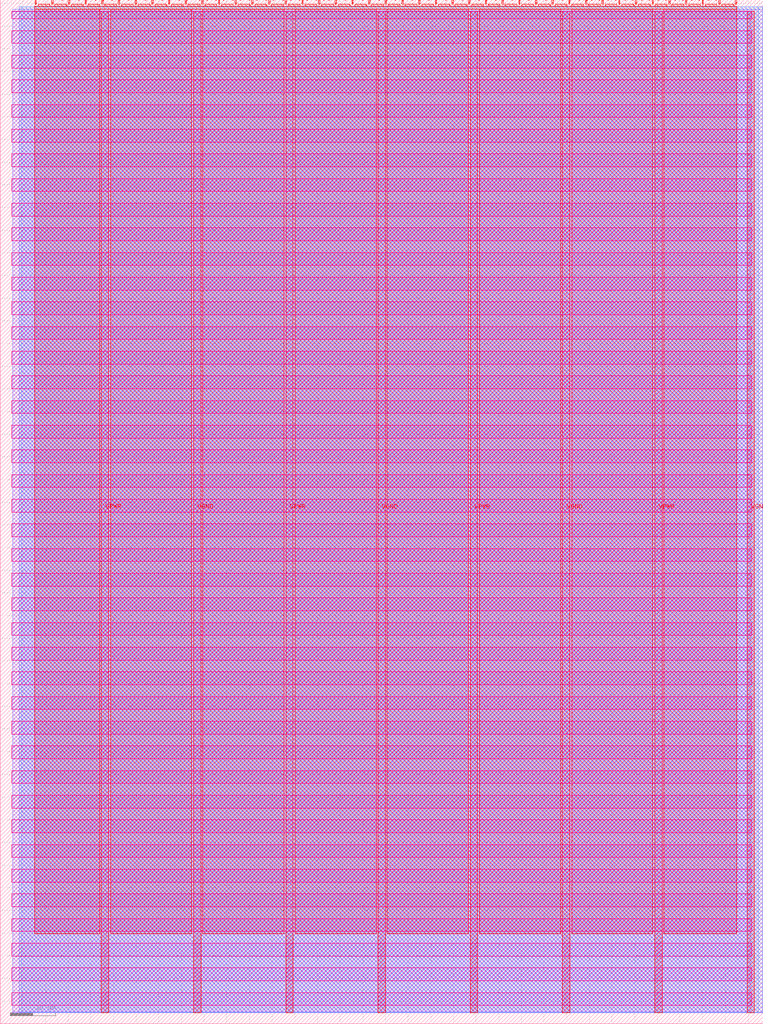
<source format=lef>
VERSION 5.7 ;
  NOWIREEXTENSIONATPIN ON ;
  DIVIDERCHAR "/" ;
  BUSBITCHARS "[]" ;
MACRO tt_um_himanshu5_prog_chipTop
  CLASS BLOCK ;
  FOREIGN tt_um_himanshu5_prog_chipTop ;
  ORIGIN 0.000 0.000 ;
  SIZE 168.360 BY 225.760 ;
  PIN VGND
    DIRECTION INOUT ;
    USE GROUND ;
    PORT
      LAYER met4 ;
        RECT 42.670 2.480 44.270 223.280 ;
    END
    PORT
      LAYER met4 ;
        RECT 83.380 2.480 84.980 223.280 ;
    END
    PORT
      LAYER met4 ;
        RECT 124.090 2.480 125.690 223.280 ;
    END
    PORT
      LAYER met4 ;
        RECT 164.800 2.480 166.400 223.280 ;
    END
  END VGND
  PIN VPWR
    DIRECTION INOUT ;
    USE POWER ;
    PORT
      LAYER met4 ;
        RECT 22.315 2.480 23.915 223.280 ;
    END
    PORT
      LAYER met4 ;
        RECT 63.025 2.480 64.625 223.280 ;
    END
    PORT
      LAYER met4 ;
        RECT 103.735 2.480 105.335 223.280 ;
    END
    PORT
      LAYER met4 ;
        RECT 144.445 2.480 146.045 223.280 ;
    END
  END VPWR
  PIN clk
    DIRECTION INPUT ;
    USE SIGNAL ;
    ANTENNAGATEAREA 0.852000 ;
    PORT
      LAYER met4 ;
        RECT 158.550 224.760 158.850 225.760 ;
    END
  END clk
  PIN ena
    DIRECTION INPUT ;
    USE SIGNAL ;
    ANTENNAGATEAREA 0.196500 ;
    PORT
      LAYER met4 ;
        RECT 162.230 224.760 162.530 225.760 ;
    END
  END ena
  PIN rst_n
    DIRECTION INPUT ;
    USE SIGNAL ;
    ANTENNAGATEAREA 0.213000 ;
    PORT
      LAYER met4 ;
        RECT 154.870 224.760 155.170 225.760 ;
    END
  END rst_n
  PIN ui_in[0]
    DIRECTION INPUT ;
    USE SIGNAL ;
    ANTENNAGATEAREA 0.126000 ;
    PORT
      LAYER met4 ;
        RECT 151.190 224.760 151.490 225.760 ;
    END
  END ui_in[0]
  PIN ui_in[1]
    DIRECTION INPUT ;
    USE SIGNAL ;
    ANTENNAGATEAREA 0.213000 ;
    PORT
      LAYER met4 ;
        RECT 147.510 224.760 147.810 225.760 ;
    END
  END ui_in[1]
  PIN ui_in[2]
    DIRECTION INPUT ;
    USE SIGNAL ;
    ANTENNAGATEAREA 0.213000 ;
    PORT
      LAYER met4 ;
        RECT 143.830 224.760 144.130 225.760 ;
    END
  END ui_in[2]
  PIN ui_in[3]
    DIRECTION INPUT ;
    USE SIGNAL ;
    ANTENNAGATEAREA 0.247500 ;
    PORT
      LAYER met4 ;
        RECT 140.150 224.760 140.450 225.760 ;
    END
  END ui_in[3]
  PIN ui_in[4]
    DIRECTION INPUT ;
    USE SIGNAL ;
    ANTENNAGATEAREA 0.159000 ;
    PORT
      LAYER met4 ;
        RECT 136.470 224.760 136.770 225.760 ;
    END
  END ui_in[4]
  PIN ui_in[5]
    DIRECTION INPUT ;
    USE SIGNAL ;
    ANTENNAGATEAREA 0.159000 ;
    PORT
      LAYER met4 ;
        RECT 132.790 224.760 133.090 225.760 ;
    END
  END ui_in[5]
  PIN ui_in[6]
    DIRECTION INPUT ;
    USE SIGNAL ;
    ANTENNAGATEAREA 0.196500 ;
    PORT
      LAYER met4 ;
        RECT 129.110 224.760 129.410 225.760 ;
    END
  END ui_in[6]
  PIN ui_in[7]
    DIRECTION INPUT ;
    USE SIGNAL ;
    ANTENNAGATEAREA 0.196500 ;
    PORT
      LAYER met4 ;
        RECT 125.430 224.760 125.730 225.760 ;
    END
  END ui_in[7]
  PIN uio_in[0]
    DIRECTION INPUT ;
    USE SIGNAL ;
    ANTENNAGATEAREA 0.247500 ;
    PORT
      LAYER met4 ;
        RECT 121.750 224.760 122.050 225.760 ;
    END
  END uio_in[0]
  PIN uio_in[1]
    DIRECTION INPUT ;
    USE SIGNAL ;
    ANTENNAGATEAREA 0.247500 ;
    PORT
      LAYER met4 ;
        RECT 118.070 224.760 118.370 225.760 ;
    END
  END uio_in[1]
  PIN uio_in[2]
    DIRECTION INPUT ;
    USE SIGNAL ;
    ANTENNAGATEAREA 0.213000 ;
    PORT
      LAYER met4 ;
        RECT 114.390 224.760 114.690 225.760 ;
    END
  END uio_in[2]
  PIN uio_in[3]
    DIRECTION INPUT ;
    USE SIGNAL ;
    ANTENNAGATEAREA 0.159000 ;
    PORT
      LAYER met4 ;
        RECT 110.710 224.760 111.010 225.760 ;
    END
  END uio_in[3]
  PIN uio_in[4]
    DIRECTION INPUT ;
    USE SIGNAL ;
    ANTENNAGATEAREA 0.213000 ;
    PORT
      LAYER met4 ;
        RECT 107.030 224.760 107.330 225.760 ;
    END
  END uio_in[4]
  PIN uio_in[5]
    DIRECTION INPUT ;
    USE SIGNAL ;
    ANTENNAGATEAREA 0.159000 ;
    PORT
      LAYER met4 ;
        RECT 103.350 224.760 103.650 225.760 ;
    END
  END uio_in[5]
  PIN uio_in[6]
    DIRECTION INPUT ;
    USE SIGNAL ;
    ANTENNAGATEAREA 0.213000 ;
    PORT
      LAYER met4 ;
        RECT 99.670 224.760 99.970 225.760 ;
    END
  END uio_in[6]
  PIN uio_in[7]
    DIRECTION INPUT ;
    USE SIGNAL ;
    ANTENNAGATEAREA 0.213000 ;
    PORT
      LAYER met4 ;
        RECT 95.990 224.760 96.290 225.760 ;
    END
  END uio_in[7]
  PIN uio_oe[0]
    DIRECTION OUTPUT TRISTATE ;
    USE SIGNAL ;
    PORT
      LAYER met4 ;
        RECT 33.430 224.760 33.730 225.760 ;
    END
  END uio_oe[0]
  PIN uio_oe[1]
    DIRECTION OUTPUT TRISTATE ;
    USE SIGNAL ;
    PORT
      LAYER met4 ;
        RECT 29.750 224.760 30.050 225.760 ;
    END
  END uio_oe[1]
  PIN uio_oe[2]
    DIRECTION OUTPUT TRISTATE ;
    USE SIGNAL ;
    PORT
      LAYER met4 ;
        RECT 26.070 224.760 26.370 225.760 ;
    END
  END uio_oe[2]
  PIN uio_oe[3]
    DIRECTION OUTPUT TRISTATE ;
    USE SIGNAL ;
    PORT
      LAYER met4 ;
        RECT 22.390 224.760 22.690 225.760 ;
    END
  END uio_oe[3]
  PIN uio_oe[4]
    DIRECTION OUTPUT TRISTATE ;
    USE SIGNAL ;
    PORT
      LAYER met4 ;
        RECT 18.710 224.760 19.010 225.760 ;
    END
  END uio_oe[4]
  PIN uio_oe[5]
    DIRECTION OUTPUT TRISTATE ;
    USE SIGNAL ;
    PORT
      LAYER met4 ;
        RECT 15.030 224.760 15.330 225.760 ;
    END
  END uio_oe[5]
  PIN uio_oe[6]
    DIRECTION OUTPUT TRISTATE ;
    USE SIGNAL ;
    PORT
      LAYER met4 ;
        RECT 11.350 224.760 11.650 225.760 ;
    END
  END uio_oe[6]
  PIN uio_oe[7]
    DIRECTION OUTPUT TRISTATE ;
    USE SIGNAL ;
    PORT
      LAYER met4 ;
        RECT 7.670 224.760 7.970 225.760 ;
    END
  END uio_oe[7]
  PIN uio_out[0]
    DIRECTION OUTPUT TRISTATE ;
    USE SIGNAL ;
    PORT
      LAYER met4 ;
        RECT 62.870 224.760 63.170 225.760 ;
    END
  END uio_out[0]
  PIN uio_out[1]
    DIRECTION OUTPUT TRISTATE ;
    USE SIGNAL ;
    PORT
      LAYER met4 ;
        RECT 59.190 224.760 59.490 225.760 ;
    END
  END uio_out[1]
  PIN uio_out[2]
    DIRECTION OUTPUT TRISTATE ;
    USE SIGNAL ;
    PORT
      LAYER met4 ;
        RECT 55.510 224.760 55.810 225.760 ;
    END
  END uio_out[2]
  PIN uio_out[3]
    DIRECTION OUTPUT TRISTATE ;
    USE SIGNAL ;
    PORT
      LAYER met4 ;
        RECT 51.830 224.760 52.130 225.760 ;
    END
  END uio_out[3]
  PIN uio_out[4]
    DIRECTION OUTPUT TRISTATE ;
    USE SIGNAL ;
    PORT
      LAYER met4 ;
        RECT 48.150 224.760 48.450 225.760 ;
    END
  END uio_out[4]
  PIN uio_out[5]
    DIRECTION OUTPUT TRISTATE ;
    USE SIGNAL ;
    PORT
      LAYER met4 ;
        RECT 44.470 224.760 44.770 225.760 ;
    END
  END uio_out[5]
  PIN uio_out[6]
    DIRECTION OUTPUT TRISTATE ;
    USE SIGNAL ;
    PORT
      LAYER met4 ;
        RECT 40.790 224.760 41.090 225.760 ;
    END
  END uio_out[6]
  PIN uio_out[7]
    DIRECTION OUTPUT TRISTATE ;
    USE SIGNAL ;
    PORT
      LAYER met4 ;
        RECT 37.110 224.760 37.410 225.760 ;
    END
  END uio_out[7]
  PIN uo_out[0]
    DIRECTION OUTPUT TRISTATE ;
    USE SIGNAL ;
    ANTENNADIFFAREA 1.524450 ;
    PORT
      LAYER met4 ;
        RECT 92.310 224.760 92.610 225.760 ;
    END
  END uo_out[0]
  PIN uo_out[1]
    DIRECTION OUTPUT TRISTATE ;
    USE SIGNAL ;
    ANTENNADIFFAREA 1.524450 ;
    PORT
      LAYER met4 ;
        RECT 88.630 224.760 88.930 225.760 ;
    END
  END uo_out[1]
  PIN uo_out[2]
    DIRECTION OUTPUT TRISTATE ;
    USE SIGNAL ;
    ANTENNADIFFAREA 1.524450 ;
    PORT
      LAYER met4 ;
        RECT 84.950 224.760 85.250 225.760 ;
    END
  END uo_out[2]
  PIN uo_out[3]
    DIRECTION OUTPUT TRISTATE ;
    USE SIGNAL ;
    ANTENNADIFFAREA 1.524450 ;
    PORT
      LAYER met4 ;
        RECT 81.270 224.760 81.570 225.760 ;
    END
  END uo_out[3]
  PIN uo_out[4]
    DIRECTION OUTPUT TRISTATE ;
    USE SIGNAL ;
    ANTENNADIFFAREA 1.524450 ;
    PORT
      LAYER met4 ;
        RECT 77.590 224.760 77.890 225.760 ;
    END
  END uo_out[4]
  PIN uo_out[5]
    DIRECTION OUTPUT TRISTATE ;
    USE SIGNAL ;
    ANTENNADIFFAREA 1.524450 ;
    PORT
      LAYER met4 ;
        RECT 73.910 224.760 74.210 225.760 ;
    END
  END uo_out[5]
  PIN uo_out[6]
    DIRECTION OUTPUT TRISTATE ;
    USE SIGNAL ;
    ANTENNADIFFAREA 1.524450 ;
    PORT
      LAYER met4 ;
        RECT 70.230 224.760 70.530 225.760 ;
    END
  END uo_out[6]
  PIN uo_out[7]
    DIRECTION OUTPUT TRISTATE ;
    USE SIGNAL ;
    ANTENNADIFFAREA 1.524450 ;
    PORT
      LAYER met4 ;
        RECT 66.550 224.760 66.850 225.760 ;
    END
  END uo_out[7]
  OBS
      LAYER nwell ;
        RECT 2.570 221.625 165.790 223.230 ;
        RECT 2.570 216.185 165.790 219.015 ;
        RECT 2.570 210.745 165.790 213.575 ;
        RECT 2.570 205.305 165.790 208.135 ;
        RECT 2.570 199.865 165.790 202.695 ;
        RECT 2.570 194.425 165.790 197.255 ;
        RECT 2.570 188.985 165.790 191.815 ;
        RECT 2.570 183.545 165.790 186.375 ;
        RECT 2.570 178.105 165.790 180.935 ;
        RECT 2.570 172.665 165.790 175.495 ;
        RECT 2.570 167.225 165.790 170.055 ;
        RECT 2.570 161.785 165.790 164.615 ;
        RECT 2.570 156.345 165.790 159.175 ;
        RECT 2.570 150.905 165.790 153.735 ;
        RECT 2.570 145.465 165.790 148.295 ;
        RECT 2.570 140.025 165.790 142.855 ;
        RECT 2.570 134.585 165.790 137.415 ;
        RECT 2.570 129.145 165.790 131.975 ;
        RECT 2.570 123.705 165.790 126.535 ;
        RECT 2.570 118.265 165.790 121.095 ;
        RECT 2.570 112.825 165.790 115.655 ;
        RECT 2.570 107.385 165.790 110.215 ;
        RECT 2.570 101.945 165.790 104.775 ;
        RECT 2.570 96.505 165.790 99.335 ;
        RECT 2.570 91.065 165.790 93.895 ;
        RECT 2.570 85.625 165.790 88.455 ;
        RECT 2.570 80.185 165.790 83.015 ;
        RECT 2.570 74.745 165.790 77.575 ;
        RECT 2.570 69.305 165.790 72.135 ;
        RECT 2.570 63.865 165.790 66.695 ;
        RECT 2.570 58.425 165.790 61.255 ;
        RECT 2.570 52.985 165.790 55.815 ;
        RECT 2.570 47.545 165.790 50.375 ;
        RECT 2.570 42.105 165.790 44.935 ;
        RECT 2.570 36.665 165.790 39.495 ;
        RECT 2.570 31.225 165.790 34.055 ;
        RECT 2.570 25.785 165.790 28.615 ;
        RECT 2.570 20.345 165.790 23.175 ;
        RECT 2.570 14.905 165.790 17.735 ;
        RECT 2.570 9.465 165.790 12.295 ;
        RECT 2.570 4.025 165.790 6.855 ;
      LAYER li1 ;
        RECT 2.760 2.635 165.600 223.125 ;
      LAYER met1 ;
        RECT 2.760 2.480 168.290 223.680 ;
      LAYER met2 ;
        RECT 4.240 2.535 168.260 224.245 ;
      LAYER met3 ;
        RECT 4.665 2.555 167.375 224.225 ;
      LAYER met4 ;
        RECT 8.370 224.360 10.950 224.760 ;
        RECT 12.050 224.360 14.630 224.760 ;
        RECT 15.730 224.360 18.310 224.760 ;
        RECT 19.410 224.360 21.990 224.760 ;
        RECT 23.090 224.360 25.670 224.760 ;
        RECT 26.770 224.360 29.350 224.760 ;
        RECT 30.450 224.360 33.030 224.760 ;
        RECT 34.130 224.360 36.710 224.760 ;
        RECT 37.810 224.360 40.390 224.760 ;
        RECT 41.490 224.360 44.070 224.760 ;
        RECT 45.170 224.360 47.750 224.760 ;
        RECT 48.850 224.360 51.430 224.760 ;
        RECT 52.530 224.360 55.110 224.760 ;
        RECT 56.210 224.360 58.790 224.760 ;
        RECT 59.890 224.360 62.470 224.760 ;
        RECT 63.570 224.360 66.150 224.760 ;
        RECT 67.250 224.360 69.830 224.760 ;
        RECT 70.930 224.360 73.510 224.760 ;
        RECT 74.610 224.360 77.190 224.760 ;
        RECT 78.290 224.360 80.870 224.760 ;
        RECT 81.970 224.360 84.550 224.760 ;
        RECT 85.650 224.360 88.230 224.760 ;
        RECT 89.330 224.360 91.910 224.760 ;
        RECT 93.010 224.360 95.590 224.760 ;
        RECT 96.690 224.360 99.270 224.760 ;
        RECT 100.370 224.360 102.950 224.760 ;
        RECT 104.050 224.360 106.630 224.760 ;
        RECT 107.730 224.360 110.310 224.760 ;
        RECT 111.410 224.360 113.990 224.760 ;
        RECT 115.090 224.360 117.670 224.760 ;
        RECT 118.770 224.360 121.350 224.760 ;
        RECT 122.450 224.360 125.030 224.760 ;
        RECT 126.130 224.360 128.710 224.760 ;
        RECT 129.810 224.360 132.390 224.760 ;
        RECT 133.490 224.360 136.070 224.760 ;
        RECT 137.170 224.360 139.750 224.760 ;
        RECT 140.850 224.360 143.430 224.760 ;
        RECT 144.530 224.360 147.110 224.760 ;
        RECT 148.210 224.360 150.790 224.760 ;
        RECT 151.890 224.360 154.470 224.760 ;
        RECT 155.570 224.360 158.150 224.760 ;
        RECT 159.250 224.360 161.830 224.760 ;
        RECT 7.655 223.680 162.545 224.360 ;
        RECT 7.655 19.895 21.915 223.680 ;
        RECT 24.315 19.895 42.270 223.680 ;
        RECT 44.670 19.895 62.625 223.680 ;
        RECT 65.025 19.895 82.980 223.680 ;
        RECT 85.380 19.895 103.335 223.680 ;
        RECT 105.735 19.895 123.690 223.680 ;
        RECT 126.090 19.895 144.045 223.680 ;
        RECT 146.445 19.895 162.545 223.680 ;
  END
END tt_um_himanshu5_prog_chipTop
END LIBRARY


</source>
